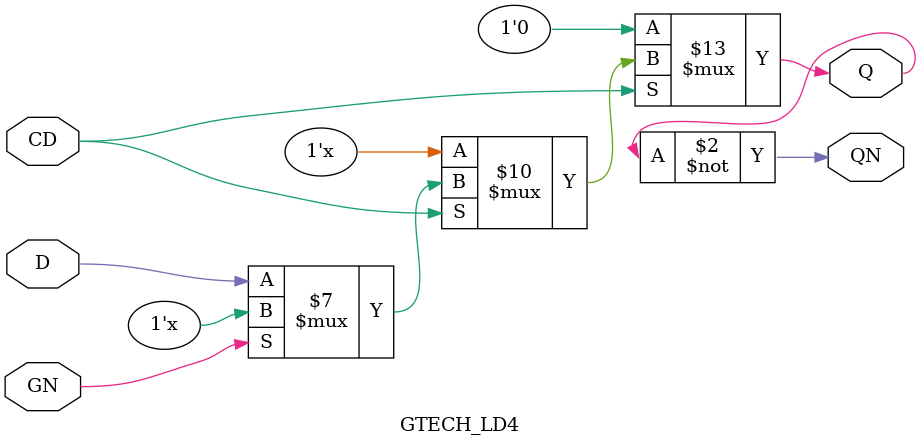
<source format=v>



module GTECH_LD4 (D, GN, CD, Q, QN); 
	input D, GN, CD;
	output Q, QN;

	reg Q, QN;


	always @(Q)
        begin
                QN = ~Q;
        end

        always @(GN or D or CD)
        begin
	    if (!CD) Q = 0;
	    else 
  	    begin
            	if (!GN) 
		    Q = D;
		
	    end
        end
endmodule




</source>
